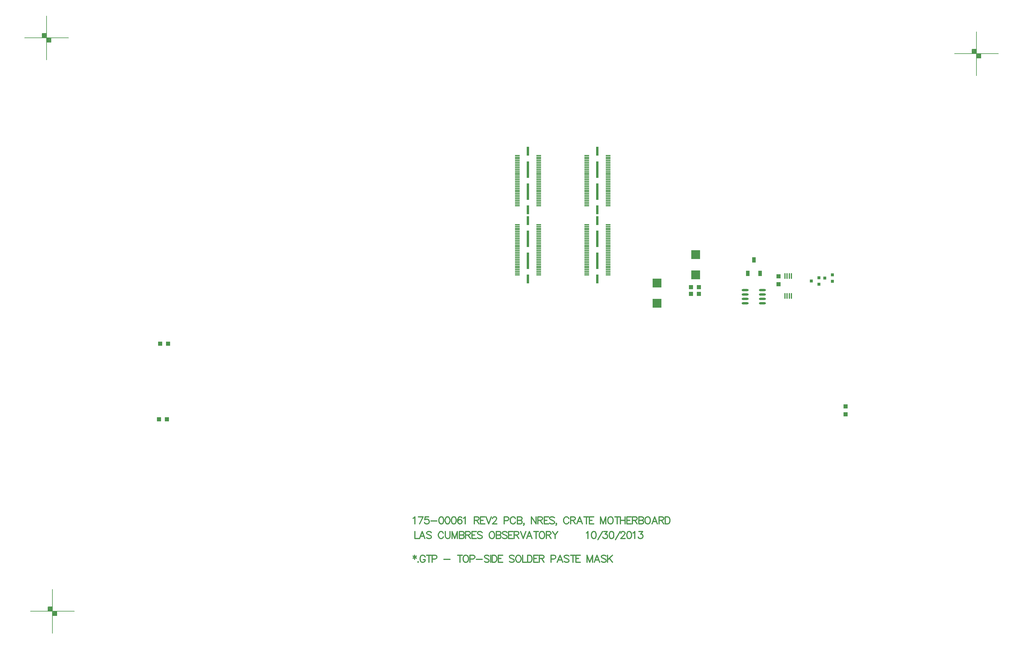
<source format=gtp>
%FSLAX23Y23*%
%MOIN*%
G70*
G01*
G75*
G04 Layer_Color=8421504*
%ADD10R,0.050X0.050*%
%ADD11R,0.100X0.100*%
%ADD12R,0.039X0.059*%
%ADD13O,0.079X0.024*%
%ADD14R,0.036X0.036*%
%ADD15O,0.014X0.067*%
%ADD16R,0.050X0.050*%
%ADD17R,0.025X0.100*%
%ADD18R,0.057X0.012*%
%ADD19R,0.025X0.185*%
%ADD20C,0.050*%
%ADD21C,0.025*%
%ADD22C,0.010*%
%ADD23C,0.006*%
%ADD24C,0.012*%
%ADD25C,0.008*%
%ADD26C,0.012*%
%ADD27C,0.012*%
%ADD28C,0.166*%
%ADD29C,0.080*%
%ADD30R,0.063X0.063*%
%ADD31C,0.063*%
%ADD32C,0.120*%
%ADD33R,0.120X0.120*%
%ADD34C,0.079*%
%ADD35R,0.079X0.079*%
%ADD36R,0.115X0.115*%
%ADD37C,0.115*%
%ADD38C,0.059*%
%ADD39C,0.065*%
%ADD40C,0.100*%
%ADD41C,0.116*%
%ADD42C,0.059*%
%ADD43R,0.059X0.059*%
%ADD44C,0.039*%
%ADD45C,0.220*%
%ADD46C,0.157*%
%ADD47C,0.070*%
%ADD48C,0.050*%
%ADD49C,0.020*%
%ADD50C,0.040*%
%ADD51C,0.206*%
%ADD52C,0.092*%
%ADD53C,0.079*%
%ADD54C,0.118*%
G04:AMPARAMS|DCode=55|XSize=138mil|YSize=138mil|CornerRadius=0mil|HoleSize=0mil|Usage=FLASHONLY|Rotation=0.000|XOffset=0mil|YOffset=0mil|HoleType=Round|Shape=Relief|Width=10mil|Gap=10mil|Entries=4|*
%AMTHD55*
7,0,0,0.138,0.118,0.010,45*
%
%ADD55THD55*%
G04:AMPARAMS|DCode=56|XSize=107.244mil|YSize=107.244mil|CornerRadius=0mil|HoleSize=0mil|Usage=FLASHONLY|Rotation=0.000|XOffset=0mil|YOffset=0mil|HoleType=Round|Shape=Relief|Width=10mil|Gap=10mil|Entries=4|*
%AMTHD56*
7,0,0,0.107,0.087,0.010,45*
%
%ADD56THD56*%
%ADD57C,0.087*%
%ADD58C,0.190*%
G04:AMPARAMS|DCode=59|XSize=112mil|YSize=112mil|CornerRadius=0mil|HoleSize=0mil|Usage=FLASHONLY|Rotation=0.000|XOffset=0mil|YOffset=0mil|HoleType=Round|Shape=Relief|Width=10mil|Gap=10mil|Entries=4|*
%AMTHD59*
7,0,0,0.112,0.092,0.010,45*
%
%ADD59THD59*%
G04:AMPARAMS|DCode=60|XSize=100mil|YSize=100mil|CornerRadius=0mil|HoleSize=0mil|Usage=FLASHONLY|Rotation=0.000|XOffset=0mil|YOffset=0mil|HoleType=Round|Shape=Relief|Width=10mil|Gap=10mil|Entries=4|*
%AMTHD60*
7,0,0,0.100,0.080,0.010,45*
%
%ADD60THD60*%
G04:AMPARAMS|DCode=61|XSize=123mil|YSize=123mil|CornerRadius=0mil|HoleSize=0mil|Usage=FLASHONLY|Rotation=0.000|XOffset=0mil|YOffset=0mil|HoleType=Round|Shape=Relief|Width=10mil|Gap=10mil|Entries=4|*
%AMTHD61*
7,0,0,0.123,0.103,0.010,45*
%
%ADD61THD61*%
%ADD62C,0.168*%
%ADD63C,0.075*%
%ADD64C,0.080*%
%ADD65C,0.076*%
G04:AMPARAMS|DCode=66|XSize=96.221mil|YSize=96.221mil|CornerRadius=0mil|HoleSize=0mil|Usage=FLASHONLY|Rotation=0.000|XOffset=0mil|YOffset=0mil|HoleType=Round|Shape=Relief|Width=10mil|Gap=10mil|Entries=4|*
%AMTHD66*
7,0,0,0.096,0.076,0.010,45*
%
%ADD66THD66*%
G04:AMPARAMS|DCode=67|XSize=150.551mil|YSize=150.551mil|CornerRadius=0mil|HoleSize=0mil|Usage=FLASHONLY|Rotation=0.000|XOffset=0mil|YOffset=0mil|HoleType=Round|Shape=Relief|Width=10mil|Gap=10mil|Entries=4|*
%AMTHD67*
7,0,0,0.151,0.131,0.010,45*
%
%ADD67THD67*%
G04:AMPARAMS|DCode=68|XSize=91mil|YSize=91mil|CornerRadius=0mil|HoleSize=0mil|Usage=FLASHONLY|Rotation=0.000|XOffset=0mil|YOffset=0mil|HoleType=Round|Shape=Relief|Width=10mil|Gap=10mil|Entries=4|*
%AMTHD68*
7,0,0,0.091,0.071,0.010,45*
%
%ADD68THD68*%
%ADD69C,0.071*%
%ADD70C,0.068*%
G04:AMPARAMS|DCode=71|XSize=70mil|YSize=70mil|CornerRadius=0mil|HoleSize=0mil|Usage=FLASHONLY|Rotation=0.000|XOffset=0mil|YOffset=0mil|HoleType=Round|Shape=Relief|Width=10mil|Gap=10mil|Entries=4|*
%AMTHD71*
7,0,0,0.070,0.050,0.010,45*
%
%ADD71THD71*%
G04:AMPARAMS|DCode=72|XSize=88mil|YSize=88mil|CornerRadius=0mil|HoleSize=0mil|Usage=FLASHONLY|Rotation=0.000|XOffset=0mil|YOffset=0mil|HoleType=Round|Shape=Relief|Width=10mil|Gap=10mil|Entries=4|*
%AMTHD72*
7,0,0,0.088,0.068,0.010,45*
%
%ADD72THD72*%
%ADD73C,0.020*%
%ADD74C,0.103*%
%ADD75C,0.131*%
%ADD76C,0.005*%
%ADD77R,0.060X0.086*%
%ADD78R,0.100X0.100*%
%ADD79R,0.102X0.094*%
%ADD80R,0.059X0.087*%
%ADD81R,0.094X0.102*%
%ADD82R,0.045X0.017*%
%ADD83R,0.053X0.053*%
%ADD84R,0.053X0.035*%
%ADD85C,0.010*%
%ADD86C,0.010*%
%ADD87C,0.024*%
%ADD88C,0.007*%
%ADD89C,0.008*%
%ADD90C,0.007*%
%ADD91C,0.015*%
%ADD92R,0.194X0.245*%
D10*
X16554Y12155D02*
D03*
X16644D02*
D03*
X16554Y12234D02*
D03*
X16644D02*
D03*
X10588Y10729D02*
D03*
X10498D02*
D03*
X10603Y11589D02*
D03*
X10513D02*
D03*
D11*
X16609Y12604D02*
D03*
Y12374D02*
D03*
X16169Y12050D02*
D03*
Y12280D02*
D03*
D12*
X17203Y12389D02*
D03*
X17272Y12543D02*
D03*
X17341Y12389D02*
D03*
D13*
X17370Y12050D02*
D03*
Y12100D02*
D03*
Y12150D02*
D03*
Y12200D02*
D03*
X17173Y12050D02*
D03*
Y12100D02*
D03*
Y12150D02*
D03*
Y12200D02*
D03*
D14*
X18012Y12339D02*
D03*
X17926Y12302D02*
D03*
X18012Y12265D02*
D03*
X18165Y12372D02*
D03*
X18079Y12335D02*
D03*
X18165Y12298D02*
D03*
D15*
X17700Y12358D02*
D03*
X17675D02*
D03*
X17649D02*
D03*
X17624D02*
D03*
X17700Y12133D02*
D03*
X17675D02*
D03*
X17649D02*
D03*
X17624D02*
D03*
D16*
X17551Y12265D02*
D03*
Y12355D02*
D03*
X18314Y10877D02*
D03*
Y10787D02*
D03*
D17*
X14700Y13113D02*
D03*
Y12991D02*
D03*
Y12326D02*
D03*
Y13778D02*
D03*
X15490Y13113D02*
D03*
Y12991D02*
D03*
Y12326D02*
D03*
Y13778D02*
D03*
D18*
X14578Y12373D02*
D03*
Y12393D02*
D03*
Y12412D02*
D03*
Y12432D02*
D03*
Y12452D02*
D03*
Y12471D02*
D03*
Y12491D02*
D03*
Y12511D02*
D03*
Y12530D02*
D03*
Y12550D02*
D03*
Y12570D02*
D03*
Y12589D02*
D03*
Y12609D02*
D03*
Y12629D02*
D03*
Y12648D02*
D03*
Y12668D02*
D03*
Y12688D02*
D03*
Y12707D02*
D03*
Y12727D02*
D03*
Y12747D02*
D03*
Y12767D02*
D03*
Y12786D02*
D03*
Y12806D02*
D03*
Y12826D02*
D03*
Y12845D02*
D03*
Y12865D02*
D03*
Y12885D02*
D03*
Y12904D02*
D03*
Y12924D02*
D03*
Y12944D02*
D03*
Y13160D02*
D03*
Y13180D02*
D03*
Y13200D02*
D03*
Y13219D02*
D03*
Y13239D02*
D03*
Y13259D02*
D03*
Y13278D02*
D03*
Y13298D02*
D03*
Y13318D02*
D03*
Y13337D02*
D03*
Y13357D02*
D03*
Y13377D02*
D03*
Y13396D02*
D03*
Y13416D02*
D03*
Y13436D02*
D03*
Y13456D02*
D03*
Y13475D02*
D03*
Y13495D02*
D03*
Y13515D02*
D03*
Y13534D02*
D03*
Y13554D02*
D03*
Y13574D02*
D03*
Y13593D02*
D03*
Y13613D02*
D03*
Y13633D02*
D03*
Y13652D02*
D03*
Y13672D02*
D03*
Y13692D02*
D03*
Y13711D02*
D03*
Y13731D02*
D03*
X14821Y12373D02*
D03*
Y12393D02*
D03*
Y12412D02*
D03*
Y12432D02*
D03*
Y12452D02*
D03*
Y12471D02*
D03*
Y12491D02*
D03*
Y12511D02*
D03*
Y12530D02*
D03*
Y12550D02*
D03*
Y12570D02*
D03*
Y12589D02*
D03*
Y12609D02*
D03*
Y12629D02*
D03*
Y12648D02*
D03*
Y12668D02*
D03*
Y12688D02*
D03*
Y12707D02*
D03*
Y12727D02*
D03*
Y12747D02*
D03*
Y12767D02*
D03*
Y12786D02*
D03*
Y12806D02*
D03*
Y12826D02*
D03*
Y12845D02*
D03*
Y12865D02*
D03*
Y12885D02*
D03*
Y12904D02*
D03*
Y12924D02*
D03*
Y12944D02*
D03*
Y13160D02*
D03*
Y13180D02*
D03*
Y13200D02*
D03*
Y13219D02*
D03*
Y13239D02*
D03*
Y13259D02*
D03*
Y13278D02*
D03*
Y13298D02*
D03*
Y13318D02*
D03*
Y13337D02*
D03*
Y13357D02*
D03*
Y13377D02*
D03*
Y13396D02*
D03*
Y13416D02*
D03*
Y13436D02*
D03*
Y13456D02*
D03*
Y13475D02*
D03*
Y13495D02*
D03*
Y13515D02*
D03*
Y13534D02*
D03*
Y13554D02*
D03*
Y13574D02*
D03*
Y13593D02*
D03*
Y13613D02*
D03*
Y13633D02*
D03*
Y13652D02*
D03*
Y13672D02*
D03*
Y13692D02*
D03*
Y13711D02*
D03*
Y13731D02*
D03*
X15368Y12373D02*
D03*
Y12393D02*
D03*
Y12412D02*
D03*
Y12432D02*
D03*
Y12452D02*
D03*
Y12471D02*
D03*
Y12491D02*
D03*
Y12511D02*
D03*
Y12530D02*
D03*
Y12550D02*
D03*
Y12570D02*
D03*
Y12589D02*
D03*
Y12609D02*
D03*
Y12629D02*
D03*
Y12648D02*
D03*
Y12668D02*
D03*
Y12688D02*
D03*
Y12707D02*
D03*
Y12727D02*
D03*
Y12747D02*
D03*
Y12767D02*
D03*
Y12786D02*
D03*
Y12806D02*
D03*
Y12826D02*
D03*
Y12845D02*
D03*
Y12865D02*
D03*
Y12885D02*
D03*
Y12904D02*
D03*
Y12924D02*
D03*
Y12944D02*
D03*
Y13160D02*
D03*
Y13180D02*
D03*
Y13200D02*
D03*
Y13219D02*
D03*
Y13239D02*
D03*
Y13259D02*
D03*
Y13278D02*
D03*
Y13298D02*
D03*
Y13318D02*
D03*
Y13337D02*
D03*
Y13357D02*
D03*
Y13377D02*
D03*
Y13396D02*
D03*
Y13416D02*
D03*
Y13436D02*
D03*
Y13456D02*
D03*
Y13475D02*
D03*
Y13495D02*
D03*
Y13515D02*
D03*
Y13534D02*
D03*
Y13554D02*
D03*
Y13574D02*
D03*
Y13593D02*
D03*
Y13613D02*
D03*
Y13633D02*
D03*
Y13652D02*
D03*
Y13672D02*
D03*
Y13692D02*
D03*
Y13711D02*
D03*
Y13731D02*
D03*
X15611Y12373D02*
D03*
Y12393D02*
D03*
Y12412D02*
D03*
Y12432D02*
D03*
Y12452D02*
D03*
Y12471D02*
D03*
Y12491D02*
D03*
Y12511D02*
D03*
Y12530D02*
D03*
Y12550D02*
D03*
Y12570D02*
D03*
Y12589D02*
D03*
Y12609D02*
D03*
Y12629D02*
D03*
Y12648D02*
D03*
Y12668D02*
D03*
Y12688D02*
D03*
Y12707D02*
D03*
Y12727D02*
D03*
Y12747D02*
D03*
Y12767D02*
D03*
Y12786D02*
D03*
Y12806D02*
D03*
Y12826D02*
D03*
Y12845D02*
D03*
Y12865D02*
D03*
Y12885D02*
D03*
Y12904D02*
D03*
Y12924D02*
D03*
Y12944D02*
D03*
Y13160D02*
D03*
Y13180D02*
D03*
Y13200D02*
D03*
Y13219D02*
D03*
Y13239D02*
D03*
Y13259D02*
D03*
Y13278D02*
D03*
Y13298D02*
D03*
Y13318D02*
D03*
Y13337D02*
D03*
Y13357D02*
D03*
Y13377D02*
D03*
Y13396D02*
D03*
Y13416D02*
D03*
Y13436D02*
D03*
Y13456D02*
D03*
Y13475D02*
D03*
Y13495D02*
D03*
Y13515D02*
D03*
Y13534D02*
D03*
Y13554D02*
D03*
Y13574D02*
D03*
Y13593D02*
D03*
Y13613D02*
D03*
Y13633D02*
D03*
Y13652D02*
D03*
Y13672D02*
D03*
Y13692D02*
D03*
Y13711D02*
D03*
Y13731D02*
D03*
D19*
X14700Y12533D02*
D03*
Y12783D02*
D03*
Y13571D02*
D03*
Y13321D02*
D03*
X15490Y12533D02*
D03*
Y12783D02*
D03*
Y13571D02*
D03*
Y13321D02*
D03*
D25*
X9306Y8521D02*
X9316D01*
Y8516D02*
Y8526D01*
X9306D02*
X9316D01*
X9306Y8516D02*
Y8526D01*
Y8516D02*
X9316D01*
X9321D02*
Y8531D01*
X9301D02*
X9321D01*
X9301Y8511D02*
Y8531D01*
Y8511D02*
X9321D01*
X9326D02*
Y8536D01*
X9296D02*
X9326D01*
X9296Y8506D02*
Y8536D01*
Y8506D02*
X9326D01*
X9331Y8501D02*
Y8541D01*
X9291D02*
X9331D01*
X9291Y8501D02*
Y8541D01*
Y8501D02*
X9331D01*
X9256Y8571D02*
X9266D01*
Y8566D02*
Y8576D01*
X9256D02*
X9266D01*
X9256Y8566D02*
Y8576D01*
Y8566D02*
X9266D01*
X9271D02*
Y8581D01*
X9251D02*
X9271D01*
X9251Y8561D02*
Y8581D01*
Y8561D02*
X9271D01*
X9276D02*
Y8586D01*
X9246D02*
X9276D01*
X9246Y8556D02*
Y8586D01*
Y8556D02*
X9276D01*
X9281Y8551D02*
Y8591D01*
X9241D02*
X9281D01*
X9241Y8551D02*
Y8591D01*
Y8551D02*
X9281D01*
X9236Y8596D02*
X9286D01*
X9236Y8546D02*
Y8596D01*
X9286Y8496D02*
X9336D01*
Y8546D01*
X9286Y8296D02*
Y8796D01*
X9036Y8546D02*
X9536D01*
X9240Y15045D02*
X9250D01*
Y15040D02*
Y15050D01*
X9240D02*
X9250D01*
X9240Y15040D02*
Y15050D01*
Y15040D02*
X9250D01*
X9255D02*
Y15055D01*
X9235D02*
X9255D01*
X9235Y15035D02*
Y15055D01*
Y15035D02*
X9255D01*
X9260D02*
Y15060D01*
X9230D02*
X9260D01*
X9230Y15030D02*
Y15060D01*
Y15030D02*
X9260D01*
X9265Y15025D02*
Y15065D01*
X9225D02*
X9265D01*
X9225Y15025D02*
Y15065D01*
Y15025D02*
X9265D01*
X9190Y15095D02*
X9200D01*
Y15090D02*
Y15100D01*
X9190D02*
X9200D01*
X9190Y15090D02*
Y15100D01*
Y15090D02*
X9200D01*
X9205D02*
Y15105D01*
X9185D02*
X9205D01*
X9185Y15085D02*
Y15105D01*
Y15085D02*
X9205D01*
X9210D02*
Y15110D01*
X9180D02*
X9210D01*
X9180Y15080D02*
Y15110D01*
Y15080D02*
X9210D01*
X9215Y15075D02*
Y15115D01*
X9175D02*
X9215D01*
X9175Y15075D02*
Y15115D01*
Y15075D02*
X9215D01*
X9170Y15120D02*
X9220D01*
X9170Y15070D02*
Y15120D01*
X9220Y15020D02*
X9270D01*
Y15070D01*
X9220Y14820D02*
Y15320D01*
X8970Y15070D02*
X9470D01*
X19824Y14865D02*
X19834D01*
Y14860D02*
Y14870D01*
X19824D02*
X19834D01*
X19824Y14860D02*
Y14870D01*
Y14860D02*
X19834D01*
X19839D02*
Y14875D01*
X19819D02*
X19839D01*
X19819Y14855D02*
Y14875D01*
Y14855D02*
X19839D01*
X19844D02*
Y14880D01*
X19814D02*
X19844D01*
X19814Y14850D02*
Y14880D01*
Y14850D02*
X19844D01*
X19849Y14845D02*
Y14885D01*
X19809D02*
X19849D01*
X19809Y14845D02*
Y14885D01*
Y14845D02*
X19849D01*
X19774Y14915D02*
X19784D01*
Y14910D02*
Y14920D01*
X19774D02*
X19784D01*
X19774Y14910D02*
Y14920D01*
Y14910D02*
X19784D01*
X19789D02*
Y14925D01*
X19769D02*
X19789D01*
X19769Y14905D02*
Y14925D01*
Y14905D02*
X19789D01*
X19794D02*
Y14930D01*
X19764D02*
X19794D01*
X19764Y14900D02*
Y14930D01*
Y14900D02*
X19794D01*
X19799Y14895D02*
Y14935D01*
X19759D02*
X19799D01*
X19759Y14895D02*
Y14935D01*
Y14895D02*
X19799D01*
X19754Y14940D02*
X19804D01*
X19754Y14890D02*
Y14940D01*
X19804Y14840D02*
X19854D01*
Y14890D01*
X19804Y14640D02*
Y15140D01*
X19554Y14890D02*
X20054D01*
D26*
X13410Y9183D02*
Y9137D01*
X13391Y9172D02*
X13429Y9149D01*
Y9172D02*
X13391Y9149D01*
X13449Y9111D02*
X13445Y9107D01*
X13449Y9103D01*
X13453Y9107D01*
X13449Y9111D01*
X13528Y9164D02*
X13524Y9172D01*
X13516Y9179D01*
X13509Y9183D01*
X13493D01*
X13486Y9179D01*
X13478Y9172D01*
X13474Y9164D01*
X13471Y9153D01*
Y9133D01*
X13474Y9122D01*
X13478Y9114D01*
X13486Y9107D01*
X13493Y9103D01*
X13509D01*
X13516Y9107D01*
X13524Y9114D01*
X13528Y9122D01*
Y9133D01*
X13509D02*
X13528D01*
X13573Y9183D02*
Y9103D01*
X13546Y9183D02*
X13599D01*
X13609Y9141D02*
X13643D01*
X13655Y9145D01*
X13658Y9149D01*
X13662Y9156D01*
Y9168D01*
X13658Y9175D01*
X13655Y9179D01*
X13643Y9183D01*
X13609D01*
Y9103D01*
X13743Y9137D02*
X13811D01*
X13925Y9183D02*
Y9103D01*
X13898Y9183D02*
X13951D01*
X13984D02*
X13976Y9179D01*
X13968Y9172D01*
X13965Y9164D01*
X13961Y9153D01*
Y9133D01*
X13965Y9122D01*
X13968Y9114D01*
X13976Y9107D01*
X13984Y9103D01*
X13999D01*
X14006Y9107D01*
X14014Y9114D01*
X14018Y9122D01*
X14022Y9133D01*
Y9153D01*
X14018Y9164D01*
X14014Y9172D01*
X14006Y9179D01*
X13999Y9183D01*
X13984D01*
X14040Y9141D02*
X14075D01*
X14086Y9145D01*
X14090Y9149D01*
X14094Y9156D01*
Y9168D01*
X14090Y9175D01*
X14086Y9179D01*
X14075Y9183D01*
X14040D01*
Y9103D01*
X14112Y9137D02*
X14180D01*
X14257Y9172D02*
X14249Y9179D01*
X14238Y9183D01*
X14223D01*
X14211Y9179D01*
X14204Y9172D01*
Y9164D01*
X14208Y9156D01*
X14211Y9153D01*
X14219Y9149D01*
X14242Y9141D01*
X14249Y9137D01*
X14253Y9133D01*
X14257Y9126D01*
Y9114D01*
X14249Y9107D01*
X14238Y9103D01*
X14223D01*
X14211Y9107D01*
X14204Y9114D01*
X14275Y9183D02*
Y9103D01*
X14292Y9183D02*
Y9103D01*
Y9183D02*
X14318D01*
X14330Y9179D01*
X14337Y9172D01*
X14341Y9164D01*
X14345Y9153D01*
Y9133D01*
X14341Y9122D01*
X14337Y9114D01*
X14330Y9107D01*
X14318Y9103D01*
X14292D01*
X14412Y9183D02*
X14363D01*
Y9103D01*
X14412D01*
X14363Y9145D02*
X14393D01*
X14542Y9172D02*
X14534Y9179D01*
X14523Y9183D01*
X14508D01*
X14496Y9179D01*
X14489Y9172D01*
Y9164D01*
X14492Y9156D01*
X14496Y9153D01*
X14504Y9149D01*
X14527Y9141D01*
X14534Y9137D01*
X14538Y9133D01*
X14542Y9126D01*
Y9114D01*
X14534Y9107D01*
X14523Y9103D01*
X14508D01*
X14496Y9107D01*
X14489Y9114D01*
X14583Y9183D02*
X14575Y9179D01*
X14568Y9172D01*
X14564Y9164D01*
X14560Y9153D01*
Y9133D01*
X14564Y9122D01*
X14568Y9114D01*
X14575Y9107D01*
X14583Y9103D01*
X14598D01*
X14606Y9107D01*
X14613Y9114D01*
X14617Y9122D01*
X14621Y9133D01*
Y9153D01*
X14617Y9164D01*
X14613Y9172D01*
X14606Y9179D01*
X14598Y9183D01*
X14583D01*
X14639D02*
Y9103D01*
X14685D01*
X14694Y9183D02*
Y9103D01*
Y9183D02*
X14721D01*
X14732Y9179D01*
X14740Y9172D01*
X14743Y9164D01*
X14747Y9153D01*
Y9133D01*
X14743Y9122D01*
X14740Y9114D01*
X14732Y9107D01*
X14721Y9103D01*
X14694D01*
X14815Y9183D02*
X14765D01*
Y9103D01*
X14815D01*
X14765Y9145D02*
X14796D01*
X14828Y9183D02*
Y9103D01*
Y9183D02*
X14862D01*
X14874Y9179D01*
X14878Y9175D01*
X14881Y9168D01*
Y9160D01*
X14878Y9153D01*
X14874Y9149D01*
X14862Y9145D01*
X14828D01*
X14855D02*
X14881Y9103D01*
X14962Y9141D02*
X14996D01*
X15008Y9145D01*
X15012Y9149D01*
X15015Y9156D01*
Y9168D01*
X15012Y9175D01*
X15008Y9179D01*
X14996Y9183D01*
X14962D01*
Y9103D01*
X15094D02*
X15064Y9183D01*
X15033Y9103D01*
X15045Y9130D02*
X15083D01*
X15166Y9172D02*
X15159Y9179D01*
X15147Y9183D01*
X15132D01*
X15121Y9179D01*
X15113Y9172D01*
Y9164D01*
X15117Y9156D01*
X15121Y9153D01*
X15128Y9149D01*
X15151Y9141D01*
X15159Y9137D01*
X15162Y9133D01*
X15166Y9126D01*
Y9114D01*
X15159Y9107D01*
X15147Y9103D01*
X15132D01*
X15121Y9107D01*
X15113Y9114D01*
X15211Y9183D02*
Y9103D01*
X15184Y9183D02*
X15237D01*
X15296D02*
X15247D01*
Y9103D01*
X15296D01*
X15247Y9145D02*
X15277D01*
X15373Y9183D02*
Y9103D01*
Y9183D02*
X15403Y9103D01*
X15434Y9183D02*
X15403Y9103D01*
X15434Y9183D02*
Y9103D01*
X15517D02*
X15487Y9183D01*
X15456Y9103D01*
X15468Y9130D02*
X15506D01*
X15589Y9172D02*
X15582Y9179D01*
X15570Y9183D01*
X15555D01*
X15544Y9179D01*
X15536Y9172D01*
Y9164D01*
X15540Y9156D01*
X15544Y9153D01*
X15551Y9149D01*
X15574Y9141D01*
X15582Y9137D01*
X15586Y9133D01*
X15589Y9126D01*
Y9114D01*
X15582Y9107D01*
X15570Y9103D01*
X15555D01*
X15544Y9107D01*
X15536Y9114D01*
X15607Y9183D02*
Y9103D01*
X15661Y9183D02*
X15607Y9130D01*
X15626Y9149D02*
X15661Y9103D01*
X13393Y9604D02*
X13401Y9608D01*
X13412Y9619D01*
Y9539D01*
X13505Y9619D02*
X13467Y9539D01*
X13452Y9619D02*
X13505D01*
X13568D02*
X13530D01*
X13527Y9585D01*
X13530Y9589D01*
X13542Y9593D01*
X13553D01*
X13565Y9589D01*
X13572Y9581D01*
X13576Y9570D01*
Y9562D01*
X13572Y9551D01*
X13565Y9543D01*
X13553Y9539D01*
X13542D01*
X13530Y9543D01*
X13527Y9547D01*
X13523Y9555D01*
X13594Y9574D02*
X13663D01*
X13709Y9619D02*
X13698Y9616D01*
X13690Y9604D01*
X13686Y9585D01*
Y9574D01*
X13690Y9555D01*
X13698Y9543D01*
X13709Y9539D01*
X13717D01*
X13728Y9543D01*
X13736Y9555D01*
X13739Y9574D01*
Y9585D01*
X13736Y9604D01*
X13728Y9616D01*
X13717Y9619D01*
X13709D01*
X13780D02*
X13769Y9616D01*
X13761Y9604D01*
X13757Y9585D01*
Y9574D01*
X13761Y9555D01*
X13769Y9543D01*
X13780Y9539D01*
X13788D01*
X13799Y9543D01*
X13807Y9555D01*
X13811Y9574D01*
Y9585D01*
X13807Y9604D01*
X13799Y9616D01*
X13788Y9619D01*
X13780D01*
X13851D02*
X13840Y9616D01*
X13832Y9604D01*
X13829Y9585D01*
Y9574D01*
X13832Y9555D01*
X13840Y9543D01*
X13851Y9539D01*
X13859D01*
X13871Y9543D01*
X13878Y9555D01*
X13882Y9574D01*
Y9585D01*
X13878Y9604D01*
X13871Y9616D01*
X13859Y9619D01*
X13851D01*
X13946Y9608D02*
X13942Y9616D01*
X13930Y9619D01*
X13923D01*
X13911Y9616D01*
X13904Y9604D01*
X13900Y9585D01*
Y9566D01*
X13904Y9551D01*
X13911Y9543D01*
X13923Y9539D01*
X13926D01*
X13938Y9543D01*
X13946Y9551D01*
X13949Y9562D01*
Y9566D01*
X13946Y9577D01*
X13938Y9585D01*
X13926Y9589D01*
X13923D01*
X13911Y9585D01*
X13904Y9577D01*
X13900Y9566D01*
X13967Y9604D02*
X13974Y9608D01*
X13986Y9619D01*
Y9539D01*
X14088Y9619D02*
Y9539D01*
Y9619D02*
X14123D01*
X14134Y9616D01*
X14138Y9612D01*
X14142Y9604D01*
Y9596D01*
X14138Y9589D01*
X14134Y9585D01*
X14123Y9581D01*
X14088D01*
X14115D02*
X14142Y9539D01*
X14209Y9619D02*
X14160D01*
Y9539D01*
X14209D01*
X14160Y9581D02*
X14190D01*
X14222Y9619D02*
X14253Y9539D01*
X14283Y9619D02*
X14253Y9539D01*
X14297Y9600D02*
Y9604D01*
X14301Y9612D01*
X14305Y9616D01*
X14313Y9619D01*
X14328D01*
X14336Y9616D01*
X14339Y9612D01*
X14343Y9604D01*
Y9596D01*
X14339Y9589D01*
X14332Y9577D01*
X14294Y9539D01*
X14347D01*
X14428Y9577D02*
X14462D01*
X14473Y9581D01*
X14477Y9585D01*
X14481Y9593D01*
Y9604D01*
X14477Y9612D01*
X14473Y9616D01*
X14462Y9619D01*
X14428D01*
Y9539D01*
X14556Y9600D02*
X14552Y9608D01*
X14545Y9616D01*
X14537Y9619D01*
X14522D01*
X14514Y9616D01*
X14507Y9608D01*
X14503Y9600D01*
X14499Y9589D01*
Y9570D01*
X14503Y9558D01*
X14507Y9551D01*
X14514Y9543D01*
X14522Y9539D01*
X14537D01*
X14545Y9543D01*
X14552Y9551D01*
X14556Y9558D01*
X14579Y9619D02*
Y9539D01*
Y9619D02*
X14613D01*
X14624Y9616D01*
X14628Y9612D01*
X14632Y9604D01*
Y9596D01*
X14628Y9589D01*
X14624Y9585D01*
X14613Y9581D01*
X14579D02*
X14613D01*
X14624Y9577D01*
X14628Y9574D01*
X14632Y9566D01*
Y9555D01*
X14628Y9547D01*
X14624Y9543D01*
X14613Y9539D01*
X14579D01*
X14657Y9543D02*
X14654Y9539D01*
X14650Y9543D01*
X14654Y9547D01*
X14657Y9543D01*
Y9536D01*
X14654Y9528D01*
X14650Y9524D01*
X14738Y9619D02*
Y9539D01*
Y9619D02*
X14791Y9539D01*
Y9619D02*
Y9539D01*
X14813Y9619D02*
Y9539D01*
Y9619D02*
X14847D01*
X14859Y9616D01*
X14863Y9612D01*
X14866Y9604D01*
Y9596D01*
X14863Y9589D01*
X14859Y9585D01*
X14847Y9581D01*
X14813D01*
X14840D02*
X14866Y9539D01*
X14934Y9619D02*
X14884D01*
Y9539D01*
X14934D01*
X14884Y9581D02*
X14915D01*
X15001Y9608D02*
X14993Y9616D01*
X14982Y9619D01*
X14966D01*
X14955Y9616D01*
X14947Y9608D01*
Y9600D01*
X14951Y9593D01*
X14955Y9589D01*
X14962Y9585D01*
X14985Y9577D01*
X14993Y9574D01*
X14997Y9570D01*
X15001Y9562D01*
Y9551D01*
X14993Y9543D01*
X14982Y9539D01*
X14966D01*
X14955Y9543D01*
X14947Y9551D01*
X15026Y9543D02*
X15022Y9539D01*
X15018Y9543D01*
X15022Y9547D01*
X15026Y9543D01*
Y9536D01*
X15022Y9528D01*
X15018Y9524D01*
X15164Y9600D02*
X15160Y9608D01*
X15152Y9616D01*
X15145Y9619D01*
X15129D01*
X15122Y9616D01*
X15114Y9608D01*
X15110Y9600D01*
X15106Y9589D01*
Y9570D01*
X15110Y9558D01*
X15114Y9551D01*
X15122Y9543D01*
X15129Y9539D01*
X15145D01*
X15152Y9543D01*
X15160Y9551D01*
X15164Y9558D01*
X15186Y9619D02*
Y9539D01*
Y9619D02*
X15220D01*
X15232Y9616D01*
X15236Y9612D01*
X15239Y9604D01*
Y9596D01*
X15236Y9589D01*
X15232Y9585D01*
X15220Y9581D01*
X15186D01*
X15213D02*
X15239Y9539D01*
X15318D02*
X15288Y9619D01*
X15257Y9539D01*
X15269Y9566D02*
X15307D01*
X15364Y9619D02*
Y9539D01*
X15337Y9619D02*
X15390D01*
X15449D02*
X15400D01*
Y9539D01*
X15449D01*
X15400Y9581D02*
X15430D01*
X15525Y9619D02*
Y9539D01*
Y9619D02*
X15556Y9539D01*
X15586Y9619D02*
X15556Y9539D01*
X15586Y9619D02*
Y9539D01*
X15632Y9619D02*
X15624Y9616D01*
X15617Y9608D01*
X15613Y9600D01*
X15609Y9589D01*
Y9570D01*
X15613Y9558D01*
X15617Y9551D01*
X15624Y9543D01*
X15632Y9539D01*
X15647D01*
X15655Y9543D01*
X15662Y9551D01*
X15666Y9558D01*
X15670Y9570D01*
Y9589D01*
X15666Y9600D01*
X15662Y9608D01*
X15655Y9616D01*
X15647Y9619D01*
X15632D01*
X15715D02*
Y9539D01*
X15689Y9619D02*
X15742D01*
X15752D02*
Y9539D01*
X15805Y9619D02*
Y9539D01*
X15752Y9581D02*
X15805D01*
X15877Y9619D02*
X15827D01*
Y9539D01*
X15877D01*
X15827Y9581D02*
X15858D01*
X15890Y9619D02*
Y9539D01*
Y9619D02*
X15924D01*
X15936Y9616D01*
X15939Y9612D01*
X15943Y9604D01*
Y9596D01*
X15939Y9589D01*
X15936Y9585D01*
X15924Y9581D01*
X15890D01*
X15917D02*
X15943Y9539D01*
X15961Y9619D02*
Y9539D01*
Y9619D02*
X15995D01*
X16007Y9616D01*
X16011Y9612D01*
X16014Y9604D01*
Y9596D01*
X16011Y9589D01*
X16007Y9585D01*
X15995Y9581D01*
X15961D02*
X15995D01*
X16007Y9577D01*
X16011Y9574D01*
X16014Y9566D01*
Y9555D01*
X16011Y9547D01*
X16007Y9543D01*
X15995Y9539D01*
X15961D01*
X16055Y9619D02*
X16048Y9616D01*
X16040Y9608D01*
X16036Y9600D01*
X16032Y9589D01*
Y9570D01*
X16036Y9558D01*
X16040Y9551D01*
X16048Y9543D01*
X16055Y9539D01*
X16070D01*
X16078Y9543D01*
X16086Y9551D01*
X16089Y9558D01*
X16093Y9570D01*
Y9589D01*
X16089Y9600D01*
X16086Y9608D01*
X16078Y9616D01*
X16070Y9619D01*
X16055D01*
X16173Y9539D02*
X16142Y9619D01*
X16112Y9539D01*
X16123Y9566D02*
X16161D01*
X16192Y9619D02*
Y9539D01*
Y9619D02*
X16226D01*
X16237Y9616D01*
X16241Y9612D01*
X16245Y9604D01*
Y9596D01*
X16241Y9589D01*
X16237Y9585D01*
X16226Y9581D01*
X16192D01*
X16218D02*
X16245Y9539D01*
X16263Y9619D02*
Y9539D01*
Y9619D02*
X16289D01*
X16301Y9616D01*
X16308Y9608D01*
X16312Y9600D01*
X16316Y9589D01*
Y9570D01*
X16312Y9558D01*
X16308Y9551D01*
X16301Y9543D01*
X16289Y9539D01*
X16263D01*
D27*
X13412Y9453D02*
Y9373D01*
X13458D01*
X13527D02*
X13497Y9453D01*
X13466Y9373D01*
X13478Y9399D02*
X13516D01*
X13599Y9441D02*
X13592Y9449D01*
X13580Y9453D01*
X13565D01*
X13554Y9449D01*
X13546Y9441D01*
Y9434D01*
X13550Y9426D01*
X13554Y9422D01*
X13561Y9418D01*
X13584Y9411D01*
X13592Y9407D01*
X13596Y9403D01*
X13599Y9395D01*
Y9384D01*
X13592Y9376D01*
X13580Y9373D01*
X13565D01*
X13554Y9376D01*
X13546Y9384D01*
X13737Y9434D02*
X13733Y9441D01*
X13726Y9449D01*
X13718Y9453D01*
X13703D01*
X13695Y9449D01*
X13688Y9441D01*
X13684Y9434D01*
X13680Y9422D01*
Y9403D01*
X13684Y9392D01*
X13688Y9384D01*
X13695Y9376D01*
X13703Y9373D01*
X13718D01*
X13726Y9376D01*
X13733Y9384D01*
X13737Y9392D01*
X13760Y9453D02*
Y9395D01*
X13764Y9384D01*
X13771Y9376D01*
X13783Y9373D01*
X13790D01*
X13802Y9376D01*
X13809Y9384D01*
X13813Y9395D01*
Y9453D01*
X13835D02*
Y9373D01*
Y9453D02*
X13866Y9373D01*
X13896Y9453D02*
X13866Y9373D01*
X13896Y9453D02*
Y9373D01*
X13919Y9453D02*
Y9373D01*
Y9453D02*
X13953D01*
X13965Y9449D01*
X13968Y9445D01*
X13972Y9437D01*
Y9430D01*
X13968Y9422D01*
X13965Y9418D01*
X13953Y9414D01*
X13919D02*
X13953D01*
X13965Y9411D01*
X13968Y9407D01*
X13972Y9399D01*
Y9388D01*
X13968Y9380D01*
X13965Y9376D01*
X13953Y9373D01*
X13919D01*
X13990Y9453D02*
Y9373D01*
Y9453D02*
X14024D01*
X14036Y9449D01*
X14040Y9445D01*
X14044Y9437D01*
Y9430D01*
X14040Y9422D01*
X14036Y9418D01*
X14024Y9414D01*
X13990D01*
X14017D02*
X14044Y9373D01*
X14111Y9453D02*
X14061D01*
Y9373D01*
X14111D01*
X14061Y9414D02*
X14092D01*
X14178Y9441D02*
X14170Y9449D01*
X14159Y9453D01*
X14143D01*
X14132Y9449D01*
X14124Y9441D01*
Y9434D01*
X14128Y9426D01*
X14132Y9422D01*
X14139Y9418D01*
X14162Y9411D01*
X14170Y9407D01*
X14174Y9403D01*
X14178Y9395D01*
Y9384D01*
X14170Y9376D01*
X14159Y9373D01*
X14143D01*
X14132Y9376D01*
X14124Y9384D01*
X14281Y9453D02*
X14274Y9449D01*
X14266Y9441D01*
X14262Y9434D01*
X14258Y9422D01*
Y9403D01*
X14262Y9392D01*
X14266Y9384D01*
X14274Y9376D01*
X14281Y9373D01*
X14296D01*
X14304Y9376D01*
X14312Y9384D01*
X14315Y9392D01*
X14319Y9403D01*
Y9422D01*
X14315Y9434D01*
X14312Y9441D01*
X14304Y9449D01*
X14296Y9453D01*
X14281D01*
X14338D02*
Y9373D01*
Y9453D02*
X14372D01*
X14384Y9449D01*
X14387Y9445D01*
X14391Y9437D01*
Y9430D01*
X14387Y9422D01*
X14384Y9418D01*
X14372Y9414D01*
X14338D02*
X14372D01*
X14384Y9411D01*
X14387Y9407D01*
X14391Y9399D01*
Y9388D01*
X14387Y9380D01*
X14384Y9376D01*
X14372Y9373D01*
X14338D01*
X14462Y9441D02*
X14455Y9449D01*
X14443Y9453D01*
X14428D01*
X14417Y9449D01*
X14409Y9441D01*
Y9434D01*
X14413Y9426D01*
X14417Y9422D01*
X14424Y9418D01*
X14447Y9411D01*
X14455Y9407D01*
X14459Y9403D01*
X14462Y9395D01*
Y9384D01*
X14455Y9376D01*
X14443Y9373D01*
X14428D01*
X14417Y9376D01*
X14409Y9384D01*
X14530Y9453D02*
X14480D01*
Y9373D01*
X14530D01*
X14480Y9414D02*
X14511D01*
X14543Y9453D02*
Y9373D01*
Y9453D02*
X14577D01*
X14589Y9449D01*
X14593Y9445D01*
X14597Y9437D01*
Y9430D01*
X14593Y9422D01*
X14589Y9418D01*
X14577Y9414D01*
X14543D01*
X14570D02*
X14597Y9373D01*
X14614Y9453D02*
X14645Y9373D01*
X14675Y9453D02*
X14645Y9373D01*
X14747D02*
X14716Y9453D01*
X14686Y9373D01*
X14697Y9399D02*
X14735D01*
X14792Y9453D02*
Y9373D01*
X14765Y9453D02*
X14819D01*
X14851D02*
X14843Y9449D01*
X14836Y9441D01*
X14832Y9434D01*
X14828Y9422D01*
Y9403D01*
X14832Y9392D01*
X14836Y9384D01*
X14843Y9376D01*
X14851Y9373D01*
X14866D01*
X14874Y9376D01*
X14881Y9384D01*
X14885Y9392D01*
X14889Y9403D01*
Y9422D01*
X14885Y9434D01*
X14881Y9441D01*
X14874Y9449D01*
X14866Y9453D01*
X14851D01*
X14908D02*
Y9373D01*
Y9453D02*
X14942D01*
X14953Y9449D01*
X14957Y9445D01*
X14961Y9437D01*
Y9430D01*
X14957Y9422D01*
X14953Y9418D01*
X14942Y9414D01*
X14908D01*
X14934D02*
X14961Y9373D01*
X14979Y9453D02*
X15009Y9414D01*
Y9373D01*
X15040Y9453D02*
X15009Y9414D01*
X15364Y9437D02*
X15372Y9441D01*
X15383Y9453D01*
Y9373D01*
X15446Y9453D02*
X15434Y9449D01*
X15427Y9437D01*
X15423Y9418D01*
Y9407D01*
X15427Y9388D01*
X15434Y9376D01*
X15446Y9373D01*
X15453D01*
X15465Y9376D01*
X15473Y9388D01*
X15476Y9407D01*
Y9418D01*
X15473Y9437D01*
X15465Y9449D01*
X15453Y9453D01*
X15446D01*
X15494Y9361D02*
X15548Y9453D01*
X15561D02*
X15602D01*
X15580Y9422D01*
X15591D01*
X15599Y9418D01*
X15602Y9414D01*
X15606Y9403D01*
Y9395D01*
X15602Y9384D01*
X15595Y9376D01*
X15583Y9373D01*
X15572D01*
X15561Y9376D01*
X15557Y9380D01*
X15553Y9388D01*
X15647Y9453D02*
X15636Y9449D01*
X15628Y9437D01*
X15624Y9418D01*
Y9407D01*
X15628Y9388D01*
X15636Y9376D01*
X15647Y9373D01*
X15655D01*
X15666Y9376D01*
X15674Y9388D01*
X15677Y9407D01*
Y9418D01*
X15674Y9437D01*
X15666Y9449D01*
X15655Y9453D01*
X15647D01*
X15695Y9361D02*
X15749Y9453D01*
X15758Y9434D02*
Y9437D01*
X15762Y9445D01*
X15765Y9449D01*
X15773Y9453D01*
X15788D01*
X15796Y9449D01*
X15800Y9445D01*
X15804Y9437D01*
Y9430D01*
X15800Y9422D01*
X15792Y9411D01*
X15754Y9373D01*
X15807D01*
X15848Y9453D02*
X15837Y9449D01*
X15829Y9437D01*
X15825Y9418D01*
Y9407D01*
X15829Y9388D01*
X15837Y9376D01*
X15848Y9373D01*
X15856D01*
X15867Y9376D01*
X15875Y9388D01*
X15879Y9407D01*
Y9418D01*
X15875Y9437D01*
X15867Y9449D01*
X15856Y9453D01*
X15848D01*
X15896Y9437D02*
X15904Y9441D01*
X15915Y9453D01*
Y9373D01*
X15963Y9453D02*
X16005D01*
X15982Y9422D01*
X15993D01*
X16001Y9418D01*
X16005Y9414D01*
X16008Y9403D01*
Y9395D01*
X16005Y9384D01*
X15997Y9376D01*
X15986Y9373D01*
X15974D01*
X15963Y9376D01*
X15959Y9380D01*
X15955Y9388D01*
M02*

</source>
